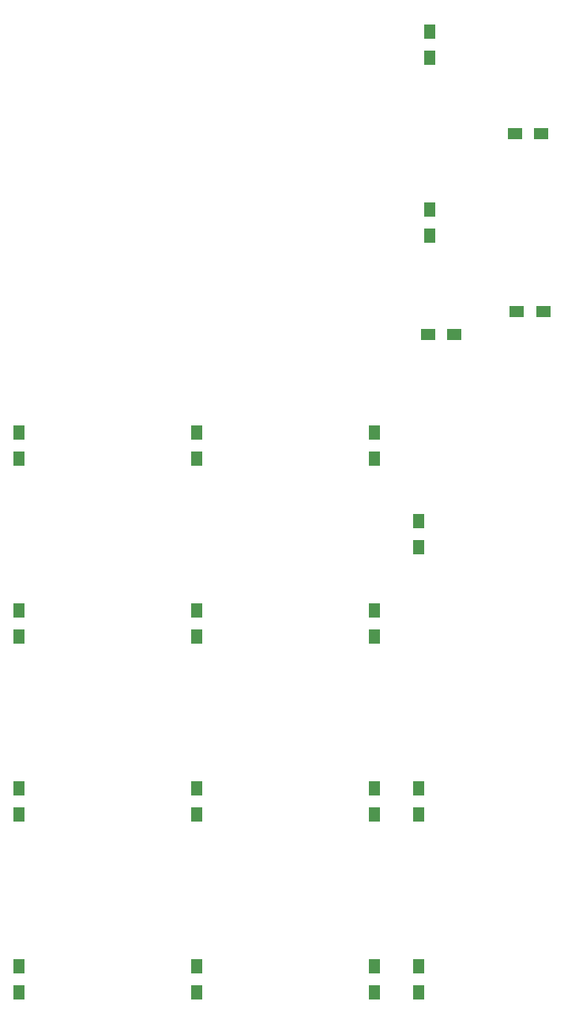
<source format=gbp>
G04 #@! TF.GenerationSoftware,KiCad,Pcbnew,(6.0.5)*
G04 #@! TF.CreationDate,2022-05-08T01:15:56+03:00*
G04 #@! TF.ProjectId,SIN-PAD,53494e2d-5041-4442-9e6b-696361645f70,rev?*
G04 #@! TF.SameCoordinates,Original*
G04 #@! TF.FileFunction,Paste,Bot*
G04 #@! TF.FilePolarity,Positive*
%FSLAX46Y46*%
G04 Gerber Fmt 4.6, Leading zero omitted, Abs format (unit mm)*
G04 Created by KiCad (PCBNEW (6.0.5)) date 2022-05-08 01:15:56*
%MOMM*%
%LPD*%
G01*
G04 APERTURE LIST*
%ADD10R,1.600000X1.200000*%
%ADD11R,1.200000X1.600000*%
G04 APERTURE END LIST*
D10*
X103375000Y-66675000D03*
X106175000Y-66675000D03*
D11*
X103584375Y-37118750D03*
X103584375Y-34318750D03*
D10*
X112690625Y-45243750D03*
X115490625Y-45243750D03*
D11*
X103584375Y-56168750D03*
X103584375Y-53368750D03*
D10*
X112900000Y-64293750D03*
X115700000Y-64293750D03*
D11*
X59531250Y-79981250D03*
X59531250Y-77181250D03*
X78581250Y-79981250D03*
X78581250Y-77181250D03*
X97631250Y-79981250D03*
X97631250Y-77181250D03*
X102393750Y-89506250D03*
X102393750Y-86706250D03*
X59531250Y-99031250D03*
X59531250Y-96231250D03*
X78581250Y-99031250D03*
X78581250Y-96231250D03*
X97631250Y-99031250D03*
X97631250Y-96231250D03*
X59531250Y-118081250D03*
X59531250Y-115281250D03*
X78581250Y-118081250D03*
X78581250Y-115281250D03*
X97631250Y-118081250D03*
X97631250Y-115281250D03*
X102393750Y-118081250D03*
X102393750Y-115281250D03*
X59531250Y-137131250D03*
X59531250Y-134331250D03*
X78581250Y-137131250D03*
X78581250Y-134331250D03*
X97631250Y-137131250D03*
X97631250Y-134331250D03*
X102393750Y-137131250D03*
X102393750Y-134331250D03*
M02*

</source>
